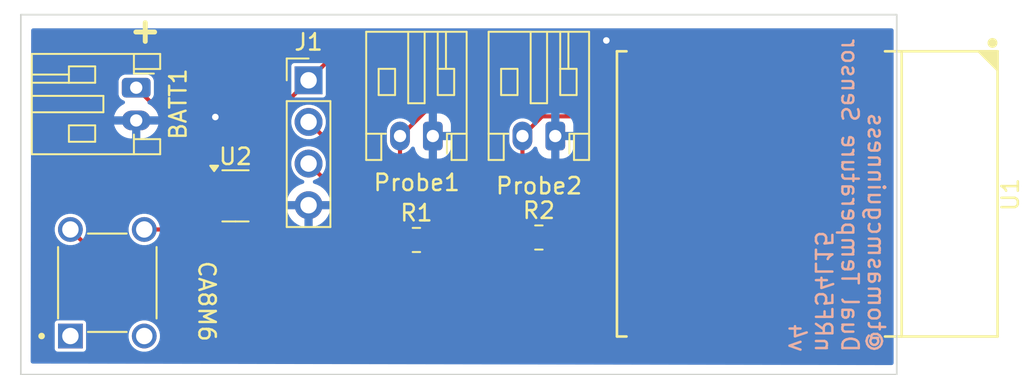
<source format=kicad_pcb>
(kicad_pcb (version 20241229) (generator "pcbnew") (generator_version "9.0")
  (title_block (title "XIAO nRF52840 Dual Sensor") (rev "4") (company "Cold Bear Ltd"))
  (layers (0 "F.Cu" signal) (2 "B.Cu" signal) (13 "F.Paste" user) (15 "B.Paste" user) (5 "F.SilkS" user "F.Silkscreen") (7 "B.SilkS" user "B.Silkscreen") (1 "F.Mask" user) (3 "B.Mask" user) (25 "Edge.Cuts" user))
  (net 0 "")
  (net 1 "/+3.3V")
  (net 2 "+BATT")
  (net 3 "/reset")
  (net 4 "GND")
  (net 5 "/p1reading")
  (net 6 "/p2reading")
  (net 9 "/indicator")
  (net 21 "unconnected-(U1-P0.01-Pad24)")
  (net 23 "unconnected-(U1-P1.05{slash}AIN1-Pad9)")
  (net 25 "unconnected-(U1-P1.04{slash}AIN0-Pad12)")
  (net 26 "/dividerPower1")
  (net 27 "/dividerPower2")
  (net 28 "/SWDIO")
  (net 29 "/SWDCLK")
  (footprint "Connector_JST:JST_PH_S2B-PH-K_1x02_P2.00mm_Horizontal" (layer "F.Cu") (at 73.49 62.71 180)
    (property "Reference" "Probe2" (at 0.99 -3.04 0) (layer "F.SilkS"))
    (property "Value" "Conn_01x02_Pin")
    (fp_line (start 4.06 6.36) (end 4.06 -1.46) (stroke (width 0.12)) (layer "F.SilkS"))
    (fp_line (start 4.06 0.14) (end 3.14 0.14) (stroke (width 0.12)) (layer "F.SilkS"))
    (fp_line (start 4.06 -1.46) (end 3.14 -1.46) (stroke (width 0.12)) (layer "F.SilkS"))
    (fp_line (start 3.3 4.1) (end 2.3 4.1) (stroke (width 0.12)) (layer "F.SilkS"))
    (fp_line (start 3.3 2.5) (end 3.3 4.1) (stroke (width 0.12)) (layer "F.SilkS"))
    (fp_line (start 3.14 0.14) (end 2.86 0.14) (stroke (width 0.12)) (layer "F.SilkS"))
    (fp_line (start 3.14 -1.46) (end 3.14 0.14) (stroke (width 0.12)) (layer "F.SilkS"))
    (fp_line (start 2.3 4.1) (end 2.3 2.5) (stroke (width 0.12)) (layer "F.SilkS"))
    (fp_line (start 2.3 2.5) (end 3.3 2.5) (stroke (width 0.12)) (layer "F.SilkS"))
    (fp_line (start 1.5 2) (end 1.5 6.36) (stroke (width 0.12)) (layer "F.SilkS"))
    (fp_line (start 0.5 6.36) (end 0.5 2) (stroke (width 0.12)) (layer "F.SilkS"))
    (fp_line (start 0.5 2) (end 1.5 2) (stroke (width 0.12)) (layer "F.SilkS"))
    (fp_line (start -0.3 4.1) (end -0.3 6.36) (stroke (width 0.12)) (layer "F.SilkS"))
    (fp_line (start -0.3 4.1) (end -0.3 2.5) (stroke (width 0.12)) (layer "F.SilkS"))
    (fp_line (start -0.3 2.5) (end -1.3 2.5) (stroke (width 0.12)) (layer "F.SilkS"))
    (fp_line (start -0.8 4.1) (end -0.8 6.36) (stroke (width 0.12)) (layer "F.SilkS"))
    (fp_line (start -0.86 0.14) (end -0.86 -1.075) (stroke (width 0.12)) (layer "F.SilkS"))
    (fp_line (start -0.86 0.14) (end -1.14 0.14) (stroke (width 0.12)) (layer "F.SilkS"))
    (fp_line (start -1.14 0.14) (end -1.14 -1.46) (stroke (width 0.12)) (layer "F.SilkS"))
    (fp_line (start -1.14 -1.46) (end -2.06 -1.46) (stroke (width 0.12)) (layer "F.SilkS"))
    (fp_line (start -1.3 4.1) (end -0.3 4.1) (stroke (width 0.12)) (layer "F.SilkS"))
    (fp_line (start -1.3 2.5) (end -1.3 4.1) (stroke (width 0.12)) (layer "F.SilkS"))
    (fp_line (start -2.06 6.36) (end 4.06 6.36) (stroke (width 0.12)) (layer "F.SilkS"))
    (fp_line (start -2.06 0.14) (end -1.14 0.14) (stroke (width 0.12)) (layer "F.SilkS"))
    (fp_line (start -2.06 -1.46) (end -2.06 6.36) (stroke (width 0.12)) (layer "F.SilkS"))
    (pad "1" thru_hole roundrect (at 0 0 180) (size 1.2 1.75) (drill 0.75) (layers "*.Cu" "*.Mask") (roundrect_rratio 0.208333) (net 4 "GND"))
    (pad "2" thru_hole oval (at 2 0 180) (size 1.2 1.75) (drill 0.75) (layers "*.Cu" "*.Mask") (net 6 "/p2reading"))
  )
  (footprint "ME54BS01-1Y15TI:ME54BS01_V1.0" (layer "F.Cu") (at 85.69 66.34 -90)
    (property "Reference" "U1" (at -0.05497 -15.524 90) (layer "F.SilkS"))
    (property "Value" "ME54BS01_V1.0")
    (fp_line (start -8.8 8.444) (end 8.599 8.444) (stroke (width 0.16)) (layer "F.SilkS"))
    (fp_line (start -8.8 8.444) (end -8.8 7.862) (stroke (width 0.16)) (layer "F.SilkS"))
    (fp_line (start 8.599 8.434) (end 8.599 7.862) (stroke (width 0.16)) (layer "F.SilkS"))
    (fp_line (start -8.8 -7.886) (end -8.8 -14.744) (stroke (width 0.16)) (layer "F.SilkS"))
    (fp_line (start 8.599 -7.886) (end 8.599 -14.744) (stroke (width 0.16)) (layer "F.SilkS"))
    (fp_line (start -8.8 -8.902) (end 8.599 -8.902) (stroke (width 0.16)) (layer "F.SilkS"))
    (fp_line (start -8.8 -14.744) (end 8.599 -14.744) (stroke (width 0.16)) (layer "F.SilkS"))
    (fp_circle (center -9.30994 -14.434) (end -9.30994 -14.584) (stroke (width 0.3)) (fill no) (layer "F.SilkS"))
    (fp_poly (pts (xy -8.80497 -13.99897) (xy -8.80497 -14.77902) (xy -8.76996 -14.77902) (xy -8.74496 -14.77897) (xy -7.50498 -14.77897) (xy -8.80486 -13.47908)) (fill yes) (layer "F.SilkS"))
    (pad "1" smd oval (at -8.6 -7.124 270) (size 1.8 0.8) (layers "F.Cu" "F.Mask" "F.Paste"))
    (pad "2" smd oval (at -8.6 -6.028 270) (size 1.8 0.8) (layers "F.Cu" "F.Mask" "F.Paste") (net 26 "/dividerPower1"))
    (pad "3" smd oval (at -8.6 -4.932 270) (size 1.8 0.8) (layers "F.Cu" "F.Mask" "F.Paste") (net 27 "/dividerPower2"))
    (pad "4" smd oval (at -8.6 -3.836 270) (size 1.8 0.8) (layers "F.Cu" "F.Mask" "F.Paste") (net 6 "/p2reading"))
    (pad "5" smd oval (at -8.6 -2.74 270) (size 1.8 0.8) (layers "F.Cu" "F.Mask" "F.Paste") (net 5 "/p1reading"))
    (pad "6" smd oval (at -8.6 -1.644 270) (size 1.8 0.8) (layers "F.Cu" "F.Mask" "F.Paste"))
    (pad "7" smd oval (at -8.6 -0.548 270) (size 1.8 0.8) (layers "F.Cu" "F.Mask" "F.Paste"))
    (pad "8" smd oval (at -8.6 0.548 270) (size 1.8 0.8) (layers "F.Cu" "F.Mask" "F.Paste"))
    (pad "9" smd oval (at -8.6 1.644 270) (size 1.8 0.8) (layers "F.Cu" "F.Mask" "F.Paste") (net 23 "unconnected-(U1-P1.05{slash}AIN1-Pad9)"))
    (pad "10" smd oval (at -8.6 2.74 270) (size 1.8 0.8) (layers "F.Cu" "F.Mask" "F.Paste"))
    (pad "11" smd oval (at -8.6 3.836 270) (size 1.8 0.8) (layers "F.Cu" "F.Mask" "F.Paste"))
    (pad "12" smd oval (at -8.6 4.932 270) (size 1.8 0.8) (layers "F.Cu" "F.Mask" "F.Paste") (net 25 "unconnected-(U1-P1.04{slash}AIN0-Pad12)"))
    (pad "13" smd oval (at -8.6 6.028 270) (size 1.8 0.8) (layers "F.Cu" "F.Mask" "F.Paste") (net 4 "GND"))
    (pad "14" smd oval (at -8.6 7.124 270) (size 1.8 0.8) (layers "F.Cu" "F.Mask" "F.Paste") (net 1 "/+3.3V"))
    (pad "15" smd oval (at 8.6 7.124 270) (size 1.8 0.8) (layers "F.Cu" "F.Mask" "F.Paste"))
    (pad "16" smd oval (at 8.6 6.028 270) (size 1.8 0.8) (layers "F.Cu" "F.Mask" "F.Paste"))
    (pad "17" smd oval (at 8.6 4.932 270) (size 1.8 0.8) (layers "F.Cu" "F.Mask" "F.Paste"))
    (pad "18" smd oval (at 8.6 3.836 270) (size 1.8 0.8) (layers "F.Cu" "F.Mask" "F.Paste"))
    (pad "19" smd oval (at 8.6 2.74 270) (size 1.8 0.8) (layers "F.Cu" "F.Mask" "F.Paste"))
    (pad "20" smd oval (at 8.6 1.644 270) (size 1.8 0.8) (layers "F.Cu" "F.Mask" "F.Paste"))
    (pad "21" smd oval (at 8.6 0.548 270) (size 1.8 0.8) (layers "F.Cu" "F.Mask" "F.Paste") (net 3 "/reset"))
    (pad "22" smd oval (at 8.6 -0.548 270) (size 1.8 0.8) (layers "F.Cu" "F.Mask" "F.Paste") (net 9 "/indicator"))
    (pad "23" smd oval (at 8.6 -1.644 270) (size 1.8 0.8) (layers "F.Cu" "F.Mask" "F.Paste"))
    (pad "24" smd oval (at 8.6 -2.74 270) (size 1.8 0.8) (layers "F.Cu" "F.Mask" "F.Paste") (net 21 "unconnected-(U1-P0.01-Pad24)"))
    (pad "25" smd oval (at 8.6 -3.836 270) (size 1.8 0.8) (layers "F.Cu" "F.Mask" "F.Paste") (net 28 "/SWDIO"))
    (pad "26" smd oval (at 8.6 -4.932 270) (size 1.8 0.8) (layers "F.Cu" "F.Mask" "F.Paste") (net 29 "/SWDCLK"))
    (pad "27" smd oval (at 8.6 -6.028 270) (size 1.8 0.8) (layers "F.Cu" "F.Mask" "F.Paste"))
    (pad "28" smd oval (at 8.6 -7.124 270) (size 1.8 0.8) (layers "F.Cu" "F.Mask" "F.Paste"))
  )
  (footprint "Resistor_SMD:R_0805_2012Metric_Pad1.20x1.40mm_HandSolder" (layer "F.Cu") (at 65.03 69.05)
    (property "Reference" "R1" (at 0 -1.65 0) (layer "F.SilkS"))
    (property "Value" "10K")
    (fp_line (start -0.227064 -0.735) (end 0.227064 -0.735) (stroke (width 0.12)) (layer "F.SilkS"))
    (fp_line (start -0.227064 0.735) (end 0.227064 0.735) (stroke (width 0.12)) (layer "F.SilkS"))
    (pad "1" smd roundrect (at -1 0) (size 1.2 1.4) (layers "F.Cu" "F.Mask" "F.Paste") (roundrect_rratio 0.208333) (net 5 "/p1reading"))
    (pad "2" smd roundrect (at 1 0) (size 1.2 1.4) (layers "F.Cu" "F.Mask" "F.Paste") (roundrect_rratio 0.208333) (net 26 "/dividerPower1"))
  )
  (footprint "Resistor_SMD:R_0805_2012Metric_Pad1.20x1.40mm_HandSolder" (layer "F.Cu") (at 72.49 68.9)
    (property "Reference" "R2" (at 0 -1.65 0) (layer "F.SilkS"))
    (property "Value" "10K" (hide yes))
    (fp_line (start -0.227064 -0.735) (end 0.227064 -0.735) (stroke (width 0.12)) (layer "F.SilkS"))
    (fp_line (start -0.227064 0.735) (end 0.227064 0.735) (stroke (width 0.12)) (layer "F.SilkS"))
    (pad "1" smd roundrect (at -1 0) (size 1.2 1.4) (layers "F.Cu" "F.Mask" "F.Paste") (roundrect_rratio 0.208333) (net 6 "/p2reading"))
    (pad "2" smd roundrect (at 1 0) (size 1.2 1.4) (layers "F.Cu" "F.Mask" "F.Paste") (roundrect_rratio 0.208333) (net 27 "/dividerPower2"))
  )
  (footprint "Package_TO_SOT_SMD:SOT-23-3" (layer "F.Cu") (at 54.0075 66.36)
    (property "Reference" "U2" (at 0 -2.4 0) (layer "F.SilkS"))
    (property "Value" "MCP1700x-330xxTO")
    (fp_line (start 0 -1.56) (end -0.8 -1.56) (stroke (width 0.12)) (layer "F.SilkS"))
    (fp_line (start 0 -1.56) (end 0.8 -1.56) (stroke (width 0.12)) (layer "F.SilkS"))
    (fp_line (start 0 1.56) (end -0.8 1.56) (stroke (width 0.12)) (layer "F.SilkS"))
    (fp_line (start 0 1.56) (end 0.8 1.56) (stroke (width 0.12)) (layer "F.SilkS"))
    (fp_poly (pts (xy -1.3 -1.51) (xy -1.54 -1.84) (xy -1.06 -1.84) (xy -1.3 -1.51)) (stroke (width 0.12)) (fill yes) (layer "F.SilkS"))
    (pad "1" smd roundrect (at -1.1375 -0.95) (size 1.325 0.6) (layers "F.Cu" "F.Mask" "F.Paste") (net 4 "GND"))
    (pad "2" smd roundrect (at -1.1375 0.95) (size 1.325 0.6) (layers "F.Cu" "F.Mask" "F.Paste") (net 2 "+BATT"))
    (pad "3" smd roundrect (at 1.1375 0) (size 1.325 0.6) (layers "F.Cu" "F.Mask" "F.Paste") (net 1 "/+3.3V"))
  )
  (footprint "Connector_JST:JST_PH_S2B-PH-K_1x02_P2.00mm_Horizontal" (layer "F.Cu") (at 66.03 62.71 180)
    (property "Reference" "Probe1" (at 0.98 -2.84 0) (layer "F.SilkS"))
    (property "Value" "Conn_01x02_Pin")
    (fp_line (start 4.06 6.36) (end 4.06 -1.46) (stroke (width 0.12)) (layer "F.SilkS"))
    (fp_line (start 4.06 0.14) (end 3.14 0.14) (stroke (width 0.12)) (layer "F.SilkS"))
    (fp_line (start 4.06 -1.46) (end 3.14 -1.46) (stroke (width 0.12)) (layer "F.SilkS"))
    (fp_line (start 3.3 4.1) (end 2.3 4.1) (stroke (width 0.12)) (layer "F.SilkS"))
    (fp_line (start 3.3 2.5) (end 3.3 4.1) (stroke (width 0.12)) (layer "F.SilkS"))
    (fp_line (start 3.14 0.14) (end 2.86 0.14) (stroke (width 0.12)) (layer "F.SilkS"))
    (fp_line (start 3.14 -1.46) (end 3.14 0.14) (stroke (width 0.12)) (layer "F.SilkS"))
    (fp_line (start 2.3 4.1) (end 2.3 2.5) (stroke (width 0.12)) (layer "F.SilkS"))
    (fp_line (start 2.3 2.5) (end 3.3 2.5) (stroke (width 0.12)) (layer "F.SilkS"))
    (fp_line (start 1.5 2) (end 1.5 6.36) (stroke (width 0.12)) (layer "F.SilkS"))
    (fp_line (start 0.5 6.36) (end 0.5 2) (stroke (width 0.12)) (layer "F.SilkS"))
    (fp_line (start 0.5 2) (end 1.5 2) (stroke (width 0.12)) (layer "F.SilkS"))
    (fp_line (start -0.3 4.1) (end -0.3 6.36) (stroke (width 0.12)) (layer "F.SilkS"))
    (fp_line (start -0.3 4.1) (end -0.3 2.5) (stroke (width 0.12)) (layer "F.SilkS"))
    (fp_line (start -0.3 2.5) (end -1.3 2.5) (stroke (width 0.12)) (layer "F.SilkS"))
    (fp_line (start -0.8 4.1) (end -0.8 6.36) (stroke (width 0.12)) (layer "F.SilkS"))
    (fp_line (start -0.86 0.14) (end -0.86 -1.075) (stroke (width 0.12)) (layer "F.SilkS"))
    (fp_line (start -0.86 0.14) (end -1.14 0.14) (stroke (width 0.12)) (layer "F.SilkS"))
    (fp_line (start -1.14 0.14) (end -1.14 -1.46) (stroke (width 0.12)) (layer "F.SilkS"))
    (fp_line (start -1.14 -1.46) (end -2.06 -1.46) (stroke (width 0.12)) (layer "F.SilkS"))
    (fp_line (start -1.3 4.1) (end -0.3 4.1) (stroke (width 0.12)) (layer "F.SilkS"))
    (fp_line (start -1.3 2.5) (end -1.3 4.1) (stroke (width 0.12)) (layer "F.SilkS"))
    (fp_line (start -2.06 6.36) (end 4.06 6.36) (stroke (width 0.12)) (layer "F.SilkS"))
    (fp_line (start -2.06 0.14) (end -1.14 0.14) (stroke (width 0.12)) (layer "F.SilkS"))
    (fp_line (start -2.06 -1.46) (end -2.06 6.36) (stroke (width 0.12)) (layer "F.SilkS"))
    (pad "1" thru_hole roundrect (at 0 0 180) (size 1.2 1.75) (drill 0.75) (layers "*.Cu" "*.Mask") (roundrect_rratio 0.208333) (net 4 "GND"))
    (pad "2" thru_hole oval (at 2 0 180) (size 1.2 1.75) (drill 0.75) (layers "*.Cu" "*.Mask") (net 5 "/p1reading"))
  )
  (footprint "Connector_JST:JST_PH_S2B-PH-K_1x02_P2.00mm_Horizontal" (layer "F.Cu") (at 47.96 59.76 -90)
    (property "Reference" "BATT1" (at 1 -2.55 90) (layer "F.SilkS"))
    (property "Value" "Conn_01x02_Pin")
    (fp_line (start -2.06 6.36) (end 4.06 6.36) (stroke (width 0.12)) (layer "F.SilkS"))
    (fp_line (start 0.5 6.36) (end 0.5 2) (stroke (width 0.12)) (layer "F.SilkS"))
    (fp_line (start 4.06 6.36) (end 4.06 -1.46) (stroke (width 0.12)) (layer "F.SilkS"))
    (fp_line (start -1.3 4.1) (end -0.3 4.1) (stroke (width 0.12)) (layer "F.SilkS"))
    (fp_line (start -0.8 4.1) (end -0.8 6.36) (stroke (width 0.12)) (layer "F.SilkS"))
    (fp_line (start -0.3 4.1) (end -0.3 6.36) (stroke (width 0.12)) (layer "F.SilkS"))
    (fp_line (start -0.3 4.1) (end -0.3 2.5) (stroke (width 0.12)) (layer "F.SilkS"))
    (fp_line (start 2.3 4.1) (end 2.3 2.5) (stroke (width 0.12)) (layer "F.SilkS"))
    (fp_line (start 3.3 4.1) (end 2.3 4.1) (stroke (width 0.12)) (layer "F.SilkS"))
    (fp_line (start -1.3 2.5) (end -1.3 4.1) (stroke (width 0.12)) (layer "F.SilkS"))
    (fp_line (start -0.3 2.5) (end -1.3 2.5) (stroke (width 0.12)) (layer "F.SilkS"))
    (fp_line (start 2.3 2.5) (end 3.3 2.5) (stroke (width 0.12)) (layer "F.SilkS"))
    (fp_line (start 3.3 2.5) (end 3.3 4.1) (stroke (width 0.12)) (layer "F.SilkS"))
    (fp_line (start 0.5 2) (end 1.5 2) (stroke (width 0.12)) (layer "F.SilkS"))
    (fp_line (start 1.5 2) (end 1.5 6.36) (stroke (width 0.12)) (layer "F.SilkS"))
    (fp_line (start -2.06 0.14) (end -1.14 0.14) (stroke (width 0.12)) (layer "F.SilkS"))
    (fp_line (start -1.14 0.14) (end -1.14 -1.46) (stroke (width 0.12)) (layer "F.SilkS"))
    (fp_line (start -0.86 0.14) (end -1.14 0.14) (stroke (width 0.12)) (layer "F.SilkS"))
    (fp_line (start -0.86 0.14) (end -0.86 -1.075) (stroke (width 0.12)) (layer "F.SilkS"))
    (fp_line (start 3.14 0.14) (end 2.86 0.14) (stroke (width 0.12)) (layer "F.SilkS"))
    (fp_line (start 4.06 0.14) (end 3.14 0.14) (stroke (width 0.12)) (layer "F.SilkS"))
    (fp_line (start -2.06 -1.46) (end -2.06 6.36) (stroke (width 0.12)) (layer "F.SilkS"))
    (fp_line (start -1.14 -1.46) (end -2.06 -1.46) (stroke (width 0.12)) (layer "F.SilkS"))
    (fp_line (start 3.14 -1.46) (end 3.14 0.14) (stroke (width 0.12)) (layer "F.SilkS"))
    (fp_line (start 4.06 -1.46) (end 3.14 -1.46) (stroke (width 0.12)) (layer "F.SilkS"))
    (pad "1" thru_hole roundrect (at 0 0 270) (size 1.2 1.75) (drill 0.75) (layers "*.Cu" "*.Mask") (roundrect_rratio 0.208333) (net 2 "+BATT"))
    (pad "2" thru_hole oval (at 2 0 270) (size 1.2 1.75) (drill 0.75) (layers "*.Cu" "*.Mask") (net 4 "GND"))
  )
  (footprint "Connector_PinHeader_2.54mm:PinHeader_1x04_P2.54mm_Vertical" (layer "F.Cu") (at 58.46 59.31)
    (property "Reference" "J1" (at 0 -2.33 0) (layer "F.SilkS"))
    (property "Value" "Conn_01x04_Pin")
    (fp_line (start -1.33 -1.33) (end 0 -1.33) (stroke (width 0.12)) (layer "F.SilkS"))
    (fp_line (start -1.33 0) (end -1.33 -1.33) (stroke (width 0.12)) (layer "F.SilkS"))
    (fp_line (start -1.33 1.27) (end -1.33 8.95) (stroke (width 0.12)) (layer "F.SilkS"))
    (fp_line (start -1.33 1.27) (end 1.33 1.27) (stroke (width 0.12)) (layer "F.SilkS"))
    (fp_line (start -1.33 8.95) (end 1.33 8.95) (stroke (width 0.12)) (layer "F.SilkS"))
    (fp_line (start 1.33 1.27) (end 1.33 8.95) (stroke (width 0.12)) (layer "F.SilkS"))
    (pad "1" thru_hole rect (at 0 0) (size 1.7 1.7) (drill 1) (layers "*.Cu" "*.Mask") (net 1 "/+3.3V"))
    (pad "2" thru_hole oval (at 0 2.54) (size 1.7 1.7) (drill 1) (layers "*.Cu" "*.Mask") (net 29 "/SWDCLK"))
    (pad "3" thru_hole oval (at 0 5.08) (size 1.7 1.7) (drill 1) (layers "*.Cu" "*.Mask") (net 28 "/SWDIO"))
    (pad "4" thru_hole oval (at 0 7.62) (size 1.7 1.7) (drill 1) (layers "*.Cu" "*.Mask") (net 4 "GND"))
  )
  (footprint "TS02-66-55-BK-100-LCR-D:SW_TS02-66-55-BK-100-LCR-D" (layer "F.Cu") (at 46.2 71.66 90)
    (property "Reference" "S1" (hide yes))
    (property "Value" "TS02-66-55-BK-100-LCR-D" (hide yes))
    (fp_line (start -2.176 -3) (end 2.176 -3) (stroke (width 0.127)) (layer "F.SilkS"))
    (fp_line (start 3 -1.176) (end 3 1.176) (stroke (width 0.127)) (layer "F.SilkS"))
    (fp_line (start -3 -1.176) (end -3 1.176) (stroke (width 0.127)) (layer "F.SilkS"))
    (fp_line (start -2.176 3) (end 2.176 3) (stroke (width 0.127)) (layer "F.SilkS"))
    (fp_circle (center -3.25 -4.004) (end -3.15 -4.004) (stroke (width 0.2)) (fill no) (layer "F.SilkS"))
    (pad "1" thru_hole rect (at -3.25 -2.25 90) (size 1.508 1.508) (drill 1) (layers "*.Cu" "*.Mask"))
    (pad "2" thru_hole circle (at 3.25 -2.25 90) (size 1.508 1.508) (drill 1) (layers "*.Cu" "*.Mask") (net 3 "/reset"))
    (pad "3" thru_hole circle (at -3.25 2.25 90) (size 1.508 1.508) (drill 1) (layers "*.Cu" "*.Mask"))
    (pad "4" thru_hole circle (at 3.25 2.25 90) (size 1.508 1.508) (drill 1) (layers "*.Cu" "*.Mask") (net 1 "/+3.3V"))
  )
  (gr_rect (start 40.93 55.30503) (end 94.29 77.26503) (stroke (width 0.1)) (fill no) (layer "Edge.Cuts"))
  (gr_text "+" (at 47.74 55.24 270) (layer "F.SilkS") (effects (font (size 1.5 1.5) (thickness 0.3) (bold yes)) (justify left bottom)))
  (gr_text "CA8M6" (at 51.68 75.34 270) (layer "F.SilkS") (effects (font (size 1 1)) (justify right bottom)))
  (gr_text "@tomasmcguinness\nDual Temperature Sensor \nnRF54L15\nv${REVISION}" (at 87.63 75.98 270) (layer "B.SilkS") (effects (font (size 1 1)) (justify left bottom mirror)))
  (segment (start 60.03 57.74) (end 78.566 57.74) (width 0.25) (layer "F.Cu") (net 1))
  (segment (start 55.145 66.659999) (end 53.394999 68.41) (width 0.25) (layer "F.Cu") (net 1))
  (segment (start 55.145 66.36) (end 55.145 66.659999) (width 0.25) (layer "F.Cu") (net 1))
  (segment (start 53.394999 68.41) (end 48.45 68.41) (width 0.25) (layer "F.Cu") (net 1))
  (segment (start 55.145 62.625) (end 55.145 66.36) (width 0.25) (layer "F.Cu") (net 1))
  (segment (start 58.46 59.31) (end 55.145 62.625) (width 0.25) (layer "F.Cu") (net 1))
  (segment (start 58.46 59.31) (end 60.03 57.74) (width 0.25) (layer "F.Cu") (net 1))
  (segment (start 51.06 62.8615) (end 51.0615 62.8615) (width 0.25) (layer "F.Cu") (net 2))
  (segment (start 52.87 67.31) (end 51.06 65.5) (width 0.25) (layer "F.Cu") (net 2))
  (segment (start 51.06 65.5) (end 51.06 62.8615) (width 0.25) (layer "F.Cu") (net 2))
  (segment (start 51.0615 62.8615) (end 47.96 59.76) (width 0.25) (layer "F.Cu") (net 2))
  (segment (start 49.11 73.57) (end 43.95 68.41) (width 0.25) (layer "F.Cu") (net 3))
  (segment (start 49.11 73.57) (end 84.272 73.57) (width 0.25) (layer "F.Cu") (net 3))
  (segment (start 84.272 73.57) (end 85.142 74.44) (width 0.25) (layer "F.Cu") (net 3))
  (segment (start 85.142 74.44) (end 85.142 74.94) (width 0.25) (layer "F.Cu") (net 3))
  (segment (start 78.866719 56.514) (end 76.966 56.514) (width 0.25) (layer "F.Cu") (net 4))
  (segment (start 76.966 56.514) (end 76.6 56.88) (width 0.25) (layer "F.Cu") (net 4))
  (segment (start 79.662 57.74) (end 79.662 57.309281) (width 0.25) (layer "F.Cu") (net 4))
  (segment (start 79.662 57.309281) (end 78.866719 56.514) (width 0.25) (layer "F.Cu") (net 4))
  (segment (start 52.87 65.41) (end 52.87 61.64) (width 0.25) (layer "F.Cu") (net 4))
  (segment (start 52.87 61.64) (end 52.78 61.55) (width 0.25) (layer "F.Cu") (net 4))
  (via (at 52.78 61.55) (size 0.8) (drill 0.4) (layers "F.Cu" "B.Cu") (net 4))
  (via (at 76.6 56.88) (size 0.8) (drill 0.4) (layers "F.Cu" "B.Cu") (net 4))
  (segment (start 88.43 58.24) (end 88.43 57.74) (width 0.25) (layer "F.Cu") (net 5))
  (segment (start 64.03 62.71) (end 64.03 69.05) (width 0.25) (layer "F.Cu") (net 5))
  (segment (start 65.722 61.058) (end 85.612 61.058) (width 0.25) (layer "F.Cu") (net 5))
  (segment (start 85.612 61.058) (end 88.43 58.24) (width 0.25) (layer "F.Cu") (net 5))
  (segment (start 64.03 62.75) (end 65.722 61.058) (width 0.25) (layer "F.Cu") (net 5))
  (segment (start 72.691 61.509) (end 86.187719 61.509) (width 0.25) (layer "F.Cu") (net 6))
  (segment (start 86.187719 61.509) (end 89.526 58.170719) (width 0.25) (layer "F.Cu") (net 6))
  (segment (start 71.49 62.71) (end 72.691 61.509) (width 0.25) (layer "F.Cu") (net 6))
  (segment (start 89.526 58.170719) (end 89.526 57.74) (width 0.25) (layer "F.Cu") (net 6))
  (segment (start 71.49 62.71) (end 71.49 68.9) (width 0.25) (layer "F.Cu") (net 6))
  (segment (start 88.43 74.94) (end 88.43 74.509281) (width 0.25) (layer "F.Cu") (net 21))
  (segment (start 84.046 57.74) (end 84.046 58.24) (width 0.25) (layer "F.Cu") (net 23))
  (segment (start 80.758 57.74) (end 80.758 58.24) (width 0.25) (layer "F.Cu") (net 25))
  (segment (start 80.032 69.926) (end 66.956 69.926) (width 0.25) (layer "F.Cu") (net 26))
  (segment (start 91.718 58.24) (end 80.032 69.926) (width 0.25) (layer "F.Cu") (net 26))
  (segment (start 66.956 69.926) (end 66.08 69.05) (width 0.25) (layer "F.Cu") (net 26))
  (segment (start 91.718 57.74) (end 91.718 58.24) (width 0.25) (layer "F.Cu") (net 26))
  (segment (start 90.622 57.74) (end 90.622 58.170719) (width 0.25) (layer "F.Cu") (net 27))
  (segment (start 79.892719 68.9) (end 73.49 68.9) (width 0.25) (layer "F.Cu") (net 27))
  (segment (start 90.622 58.170719) (end 79.892719 68.9) (width 0.25) (layer "F.Cu") (net 27))
  (segment (start 87.376719 72.36) (end 89.526 74.509281) (width 0.25) (layer "F.Cu") (net 28))
  (segment (start 62.58 72.36) (end 87.376719 72.36) (width 0.25) (layer "F.Cu") (net 28))
  (segment (start 89.526 74.44) (end 89.526 74.94) (width 0.25) (layer "F.Cu") (net 28))
  (segment (start 60.38 66.31) (end 58.46 64.39) (width 0.25) (layer "F.Cu") (net 28))
  (segment (start 60.39 66.31) (end 60.39 70.17) (width 0.25) (layer "F.Cu") (net 28))
  (segment (start 60.39 70.17) (end 62.58 72.36) (width 0.25) (layer "F.Cu") (net 28))
  (segment (start 89.526 74.509281) (end 89.526 74.94) (width 0.25) (layer "F.Cu") (net 28))
  (segment (start 60.39 66.31) (end 60.38 66.31) (width 0.25) (layer "F.Cu") (net 28))
  (segment (start 60.98 69.69) (end 60.98 64.36) (width 0.25) (layer "F.Cu") (net 29))
  (segment (start 90.622 74.44) (end 87.962 71.78) (width 0.25) (layer "F.Cu") (net 29))
  (segment (start 87.962 71.78) (end 63.07 71.78) (width 0.25) (layer "F.Cu") (net 29))
  (segment (start 63.07 71.78) (end 60.98 69.69) (width 0.25) (layer "F.Cu") (net 29))
  (segment (start 90.622 74.94) (end 90.622 74.44) (width 0.25) (layer "F.Cu") (net 29))
  (segment (start 60.98 64.36) (end 58.46 61.84) (width 0.25) (layer "F.Cu") (net 29))
  (zone (net 4) (net_name "GND") (layer "B.Cu") (name "GND") (connect_pads (clearance 0)) (min_thickness 0.25) (fill yes (thermal_gap 0.5) (thermal_bridge_width 0.5))
    (polygon (pts (xy 94.1 56.14) (xy 94.1 76.683141) (xy 41.529295 76.58968) (xy 41.56 56.14)))
  )
)
</source>
